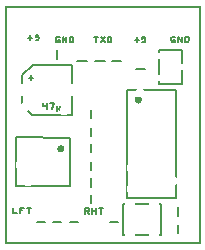
<source format=gbl>
G04*
G04 Format:               Gerber RS-274X*
G04 Export Settings:      OSH Park*
G04 Layer:                TopSilkscreen*
G04 This File Name:       Analog_to_toslink3.gto*
G04 Source File Name:     Analog_to_toslink3.rrb*
G04 Unique ID:            d9d0b992-0cf9-456e-b653-8f10cddd96cd*
G04 Generated Date:       Thursday, 15 September 2016 10:41:01*
G04*
G04 Created Using:        Robot Room Copper Connection v3.0.5875*
G04 Software Contact:     http://www.robotroom.com/CopperConnection/Support.aspx*
G04 License Number:       1880*
G04*
G04 Zero Suppression:     Leading*
G04 Number Precision:     2.4*
G04*
%FSLAX24Y24*%
%MOIN*%
%LNTopSilkscreen*%
%ADD10C,.006*%
%ADD11C,.007*%
%ADD12C,.0307*%
%ADD13R,.007X.007*%
%ADD14R,.0138X.04*%
%ADD15R,.0354X.0354*%
%ADD16R,.0354X.0394*%
%ADD17R,.04X.0138*%
%ADD18R,.0413X.0236*%
%ADD19R,.064X.064*%
%ADD20R,.0866X.0394*%
G36*
G75*
G01X1705Y3218D02*
G02I125J0D01*
G37*
G36*
G01X4413Y4725D02*
G02I0J125D01*
G37*
D10*
G01X3898Y340D02*
X5177D01*
Y1363D01*
X3898D01*
Y340D01*
X2216Y6025D02*
Y4332D01*
Y6025D02*
X916D01*
X523Y5671D02*
Y4686D01*
X877Y4332D02*
X2216D01*
X877D02*
X523Y4686D01*
X916Y6025D02*
X523Y5671D01*
X2147Y3593D02*
X348Y3597D01*
Y1970D01*
X2147Y1966D01*
Y3593D01*
X5095Y6521D02*
Y5369D01*
X5863D01*
Y6521D01*
X5095D01*
X4038Y5168D02*
X4034Y1566D01*
X5662D01*
X5665Y5168D01*
X4038D01*
X1353Y4734D02*
Y4543D01*
Y4638D02*
X1225D01*
Y4734D01*
X1458D02*
X1585D01*
X1521Y4543D01*
X1817Y4638D02*
Y4606D01*
G74*
G02X1753Y4543I64J0D01*
X1690Y4606I0J64D01*
G01Y4638D01*
Y4463D01*
X1817Y4638D02*
Y4527D01*
X5630Y6939D02*
X5593Y6961D01*
X5557D01*
X5521Y6939D01*
X5502Y6897D01*
Y6833D01*
X5521Y6790D01*
X5557Y6769D01*
X5593D01*
X5630Y6790D01*
Y6854D01*
X5575D01*
X5743Y6769D02*
Y6961D01*
X5854Y6769D01*
Y6961D01*
X5975Y6769D02*
Y6961D01*
X6030D01*
X6067Y6939D01*
X6086Y6897D01*
Y6833D01*
X6067Y6790D01*
X6030Y6769D01*
X5975D01*
X4355Y6939D02*
Y6769D01*
X4291Y6854D02*
X4419D01*
X4624Y6961D02*
X4550D01*
X4532Y6875D01*
X4569Y6897D01*
X4587D01*
X4624Y6875D01*
X4643Y6833D01*
X4624Y6790D01*
X4587Y6769D01*
X4569D01*
X4532Y6790D01*
X2997Y6961D02*
Y6769D01*
X2933Y6961D02*
X3061D01*
X3174D02*
X3285Y6769D01*
Y6961D02*
X3174Y6769D01*
X3406D02*
Y6961D01*
X3461D01*
X3498Y6939D01*
X3517Y6897D01*
Y6833D01*
X3498Y6790D01*
X3461Y6769D01*
X3406D01*
X245Y1255D02*
Y1064D01*
X355D01*
X477D02*
Y1255D01*
X588D01*
X477Y1170D02*
X551D01*
X764Y1255D02*
Y1064D01*
X701Y1255D02*
X828D01*
X2646Y1054D02*
Y1245D01*
X2720D01*
X2757Y1223D01*
Y1160D01*
X2720Y1138D01*
X2646D01*
X2702D02*
X2757Y1054D01*
X2878Y1245D02*
Y1054D01*
X2989Y1245D02*
Y1054D01*
X2878Y1160D02*
X2989D01*
X3166Y1245D02*
Y1054D01*
X3102Y1245D02*
X3230D01*
X1791Y6939D02*
X1755Y6961D01*
X1718D01*
X1682Y6939D01*
X1664Y6897D01*
Y6833D01*
X1682Y6790D01*
X1718Y6769D01*
X1755D01*
X1791Y6790D01*
Y6854D01*
X1736D01*
X1904Y6769D02*
Y6961D01*
X2015Y6769D01*
Y6961D01*
X2136Y6769D02*
Y6961D01*
X2192D01*
X2229Y6939D01*
X2247Y6897D01*
Y6833D01*
X2229Y6790D01*
X2192Y6769D01*
X2136D01*
X812Y7006D02*
Y6836D01*
X748Y6920D02*
X875D01*
X1081Y7028D02*
X1007D01*
X988Y6942D01*
X1025Y6964D01*
X1044D01*
X1081Y6942D01*
X1099Y6900D01*
X1081Y6857D01*
X1044Y6836D01*
X1025D01*
X988Y6857D01*
D11*
X1575Y792D02*
X1850D01*
X2126D02*
X2402D01*
X3465D02*
X3740D01*
X5748Y1265D02*
Y989D01*
Y674D02*
Y399D01*
X2835Y4519D02*
Y4243D01*
Y3928D02*
Y3652D01*
Y3377D02*
Y3101D01*
Y2786D02*
Y2511D01*
Y2235D02*
Y1959D01*
Y1684D02*
Y1408D01*
X1698Y6497D02*
Y6222D01*
X2697Y6147D02*
X2382D01*
X2972D02*
X3287D01*
X3543D02*
X3819D01*
X4331Y5871D02*
X4626D01*
X1024Y792D02*
X1299D01*
X838Y5662D02*
Y5513D01*
X913Y5588D02*
X764D01*
%LPC*%
D12*
X472Y2688D03*
X728Y2097D03*
X1004Y2412D03*
X728Y3436D03*
X4232Y3749D03*
X5433Y2481D03*
X3248Y7466D03*
X4950Y1225D03*
X4154Y2584D03*
X4370Y2225D03*
X4154Y1875D03*
X1969Y7466D03*
X5807D03*
X2539Y6442D03*
X3130D03*
X3681Y5851D03*
X4488Y6147D03*
X1398Y6363D03*
X2539Y4395D03*
Y3785D03*
X4488Y3036D03*
X2264Y497D03*
X3602Y477D03*
X5453Y536D03*
X4961Y497D03*
X4469Y5064D03*
X630Y4611D03*
X1201Y3135D03*
X1890Y2879D03*
X6043Y5458D03*
Y6521D03*
X4705Y4296D03*
X5394Y4690D03*
Y4159D03*
X5374Y3292D03*
X5571Y2146D03*
X1929Y4488D03*
X1988Y5748D03*
D14*
X2008Y1607D03*
X1752D03*
X1496D03*
X1240D03*
X984D03*
X728D03*
X472D03*
X2008Y3969D03*
X1752D03*
X1496D03*
X1240D03*
X984D03*
X728D03*
X472D03*
D15*
X1161Y497D03*
Y1088D03*
X1713Y497D03*
Y1088D03*
X2264Y497D03*
Y1088D03*
X2539Y1603D03*
X3130D03*
X2539Y2154D03*
X3130D03*
X2539Y2705D03*
X3130D03*
X2539Y3239D03*
X3130D03*
X2539Y3790D03*
X3130D03*
X2539Y4381D03*
X3130D03*
X2539Y5851D03*
Y6442D03*
X3130Y5851D03*
Y6442D03*
X3681Y5851D03*
Y6442D03*
X1403Y6360D03*
X1993D03*
X4485Y5563D03*
Y6154D03*
X5453Y1127D03*
X6043D03*
X5453Y536D03*
X6043D03*
X3602Y497D03*
Y1088D03*
X442Y6173D03*
Y6764D03*
D16*
X4124Y478D03*
X4950D03*
X4124Y1226D03*
X4950D03*
D17*
X6024Y5029D03*
Y4773D03*
Y4517D03*
Y4261D03*
Y4005D03*
Y3749D03*
Y3493D03*
X3662Y5029D03*
Y4773D03*
Y4517D03*
Y4261D03*
Y4005D03*
Y3749D03*
Y3493D03*
X6024Y3248D03*
Y2992D03*
Y2737D03*
Y2481D03*
Y2225D03*
Y1969D03*
Y1713D03*
X3662Y3248D03*
Y2992D03*
Y2737D03*
Y2481D03*
Y2225D03*
Y1969D03*
Y1713D03*
D18*
X5015Y6312D03*
Y5564D03*
X5948Y5938D03*
D19*
X3238Y7472D03*
X4518D03*
X5797D03*
X2933Y615D03*
X492D03*
X679Y7472D03*
X1959D03*
D20*
X679Y5184D03*
X2023D03*
%LPD*%
D13*
X0Y7953D02*
X6457D01*
Y79D01*
X0D01*
Y7953D01*
M02*

</source>
